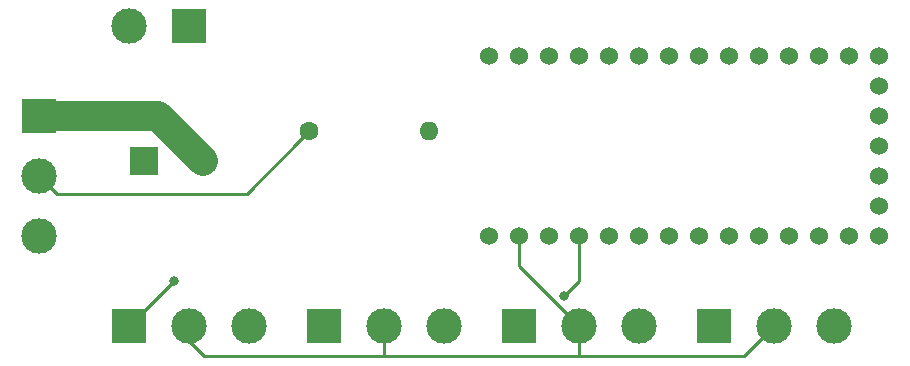
<source format=gbr>
G04 #@! TF.GenerationSoftware,KiCad,Pcbnew,(5.1.9)-1*
G04 #@! TF.CreationDate,2021-02-19T08:05:19-08:00*
G04 #@! TF.ProjectId,desklamp,6465736b-6c61-46d7-902e-6b696361645f,rev?*
G04 #@! TF.SameCoordinates,Original*
G04 #@! TF.FileFunction,Copper,L2,Bot*
G04 #@! TF.FilePolarity,Positive*
%FSLAX46Y46*%
G04 Gerber Fmt 4.6, Leading zero omitted, Abs format (unit mm)*
G04 Created by KiCad (PCBNEW (5.1.9)-1) date 2021-02-19 08:05:19*
%MOMM*%
%LPD*%
G01*
G04 APERTURE LIST*
G04 #@! TA.AperFunction,ComponentPad*
%ADD10C,3.000000*%
G04 #@! TD*
G04 #@! TA.AperFunction,ComponentPad*
%ADD11R,3.000000X3.000000*%
G04 #@! TD*
G04 #@! TA.AperFunction,ComponentPad*
%ADD12C,1.524000*%
G04 #@! TD*
G04 #@! TA.AperFunction,ComponentPad*
%ADD13R,2.400000X2.400000*%
G04 #@! TD*
G04 #@! TA.AperFunction,ComponentPad*
%ADD14C,2.400000*%
G04 #@! TD*
G04 #@! TA.AperFunction,ComponentPad*
%ADD15C,1.600000*%
G04 #@! TD*
G04 #@! TA.AperFunction,ComponentPad*
%ADD16O,1.600000X1.600000*%
G04 #@! TD*
G04 #@! TA.AperFunction,ViaPad*
%ADD17C,0.800000*%
G04 #@! TD*
G04 #@! TA.AperFunction,Conductor*
%ADD18C,0.250000*%
G04 #@! TD*
G04 #@! TA.AperFunction,Conductor*
%ADD19C,2.500000*%
G04 #@! TD*
G04 APERTURE END LIST*
D10*
X200660000Y-123190000D03*
X195580000Y-123190000D03*
D11*
X190500000Y-123190000D03*
X173990000Y-123190000D03*
D10*
X179070000Y-123190000D03*
X184150000Y-123190000D03*
X167640000Y-123190000D03*
X162560000Y-123190000D03*
D11*
X157480000Y-123190000D03*
X140970000Y-123190000D03*
D10*
X146050000Y-123190000D03*
X151130000Y-123190000D03*
D12*
X171450000Y-115570000D03*
X173990000Y-115570000D03*
X176530000Y-115570000D03*
X179070000Y-115570000D03*
X181610000Y-115570000D03*
X184150000Y-115570000D03*
X186690000Y-115570000D03*
X189230000Y-115570000D03*
X191770000Y-115570000D03*
X194310000Y-115570000D03*
X196850000Y-115570000D03*
X199390000Y-115570000D03*
X201930000Y-115570000D03*
X204470000Y-115570000D03*
X204470000Y-113030000D03*
X204470000Y-110490000D03*
X204470000Y-107950000D03*
X204470000Y-105410000D03*
X204470000Y-102870000D03*
X204470000Y-100330000D03*
X201930000Y-100330000D03*
X199390000Y-100330000D03*
X196850000Y-100330000D03*
X194310000Y-100330000D03*
X191770000Y-100330000D03*
X189230000Y-100330000D03*
X186690000Y-100330000D03*
X184150000Y-100330000D03*
X181610000Y-100330000D03*
X179070000Y-100330000D03*
X176530000Y-100330000D03*
X173990000Y-100330000D03*
X171450000Y-100330000D03*
D13*
X142240000Y-109220000D03*
D14*
X147240000Y-109220000D03*
D15*
X156210000Y-106680000D03*
D16*
X166370000Y-106680000D03*
D11*
X146050000Y-97790000D03*
D10*
X140970000Y-97790000D03*
D11*
X133350000Y-105410000D03*
D10*
X133350000Y-110490000D03*
X133350000Y-115570000D03*
D17*
X144780000Y-119380000D03*
X177800000Y-120650000D03*
D18*
X146050000Y-123190000D02*
X146050000Y-124460000D01*
X146050000Y-124460000D02*
X147320000Y-125730000D01*
X193040000Y-125730000D02*
X195580000Y-123190000D01*
X179070000Y-123190000D02*
X179070000Y-125730000D01*
X147320000Y-125730000D02*
X179070000Y-125730000D01*
X179070000Y-125730000D02*
X193040000Y-125730000D01*
X162560000Y-123190000D02*
X162560000Y-125730000D01*
X173990000Y-118110000D02*
X179070000Y-123190000D01*
X173990000Y-115570000D02*
X173990000Y-118110000D01*
X155410001Y-107479999D02*
X156210000Y-106680000D01*
X150900001Y-111989999D02*
X155410001Y-107479999D01*
X134849999Y-111989999D02*
X150900001Y-111989999D01*
X133350000Y-110490000D02*
X134849999Y-111989999D01*
D19*
X143430000Y-105410000D02*
X147240000Y-109220000D01*
X133350000Y-105410000D02*
X143430000Y-105410000D01*
D18*
X144780000Y-119380000D02*
X140970000Y-123190000D01*
X177800000Y-120650000D02*
X179070000Y-119380000D01*
X179070000Y-119380000D02*
X179070000Y-115570000D01*
M02*

</source>
